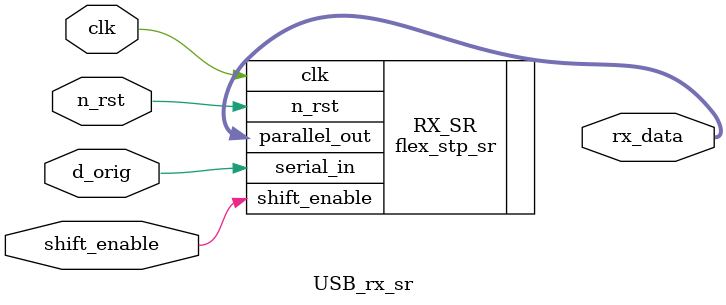
<source format=sv>

module USB_rx_sr
(
	input wire clk,
	input wire n_rst,
	input wire shift_enable,
	input wire d_orig,
	output wire [15:0] rx_data
);

	flex_stp_sr #(8,1) RX_SR
	(
		.clk(clk),
		.n_rst(n_rst),
		.shift_enable(shift_enable),
		.serial_in(d_orig),
		.parallel_out(rx_data)
	);

endmodule

</source>
